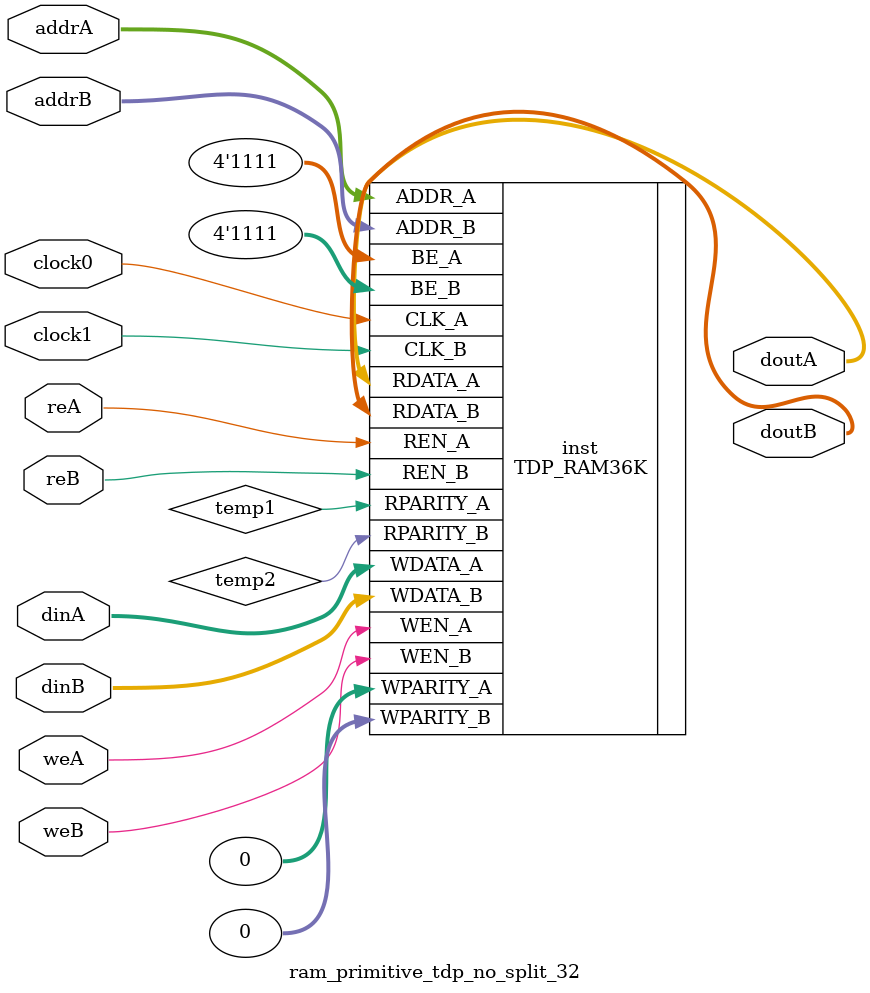
<source format=v>


module ram_primitive_tdp_no_split_32 (
  input clock0, clock1, weA, weB, reA, reB,
  input [9:0] addrA, addrB,
  input [31:0] dinA, dinB, 
  output [31:0] doutA, doutB);

wire temp1, temp2;

TDP_RAM36K #(.INIT({32768{1'b0}}), // Initial Contents of memory
  .INIT_PARITY({2048{1'b0}}), // Initial Contents of memory
  .WRITE_WIDTH_A(32), // Write data width on port A (1-36)
  .READ_WIDTH_A(32), // Read data width on port A (1-36)
  .WRITE_WIDTH_B(32), // Write data width on port B (1-36)
  .READ_WIDTH_B(32) // Read data width on port B (1-36)
) inst ( 
  .WEN_A(weA), // Write-enable port A
  .WEN_B(weB), // Write-enable port B
  .REN_A(reA), // Read-enable port A
  .REN_B(reB), // Read-enable port B
  .CLK_A(clock0), // Clock port A
  .CLK_B(clock1), // Clock port B
  .BE_A(4'b1111), // Byte-write enable port A
  .BE_B(4'b1111), // Byte-write enable port B
  .ADDR_A(addrA), // Address port A, align MSBs and connect unused MSBs to logic 0
  .ADDR_B(addrB), // Address port B, align MSBs and connect unused MSBs to logic 0
  .WDATA_A(dinA), // Write data port A
  .WPARITY_A(0), // Write parity data port A
  .WDATA_B(dinB), // Write data port B
  .WPARITY_B(0), // Write parity port B
  .RDATA_A(doutA), // Read data port A
  .RPARITY_A(temp1), // Read parity port A
  .RDATA_B(doutB), // Read data port B
  .RPARITY_B(temp2) // Read parity port B
);

endmodule

</source>
